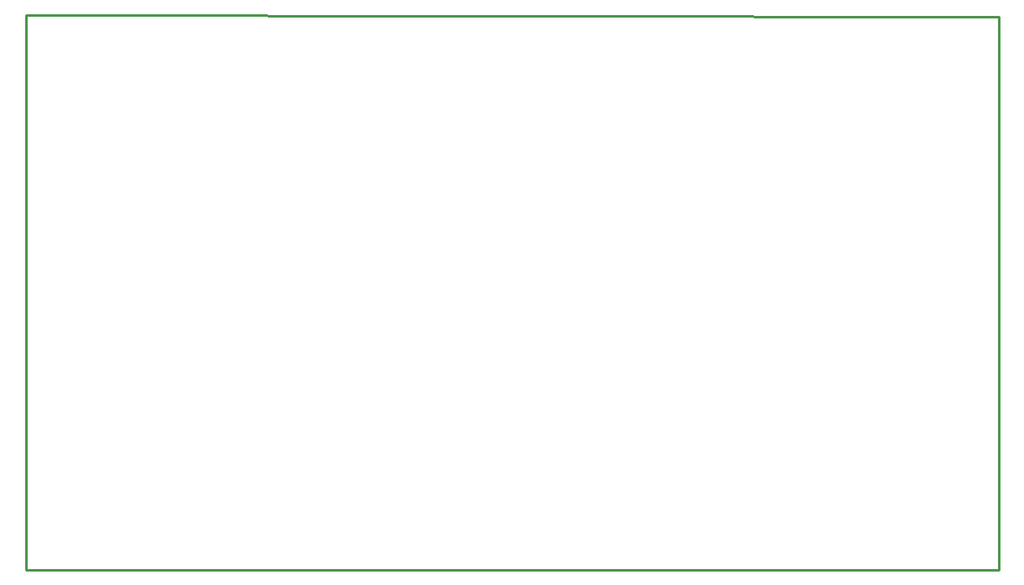
<source format=gko>
G04 Layer: BoardOutline*
G04 EasyEDA v6.4.14, 2021-02-05T01:12:07+07:00*
G04 a11fb1351f8b4d80ab88c56e364234f4,ed1066999ab64682bb259e5b7afb0417,10*
G04 Gerber Generator version 0.2*
G04 Scale: 100 percent, Rotated: No, Reflected: No *
G04 Dimensions in millimeters *
G04 leading zeros omitted , absolute positions ,4 integer and 5 decimal *
%FSLAX45Y45*%
%MOMM*%

%ADD10C,0.2540*%
D10*
X0Y5600700D02*
G01*
X9817100Y5588762D01*
X9817100Y0D01*
X0Y0D01*
X0Y5600700D01*

%LPD*%
M02*

</source>
